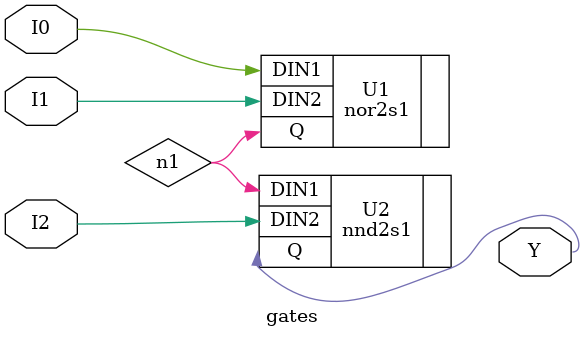
<source format=v>
module gates ( I0, I1, I2, Y);
	input I0, I1, I2;
	output Y;
	wire n1;
	nor2s1 U1 ( .DIN1(I0), .DIN2(I1), .Q(n1) );
	nnd2s1 U2 ( .DIN1(n1), .DIN2(I2), .Q(Y) );
endmodule

</source>
